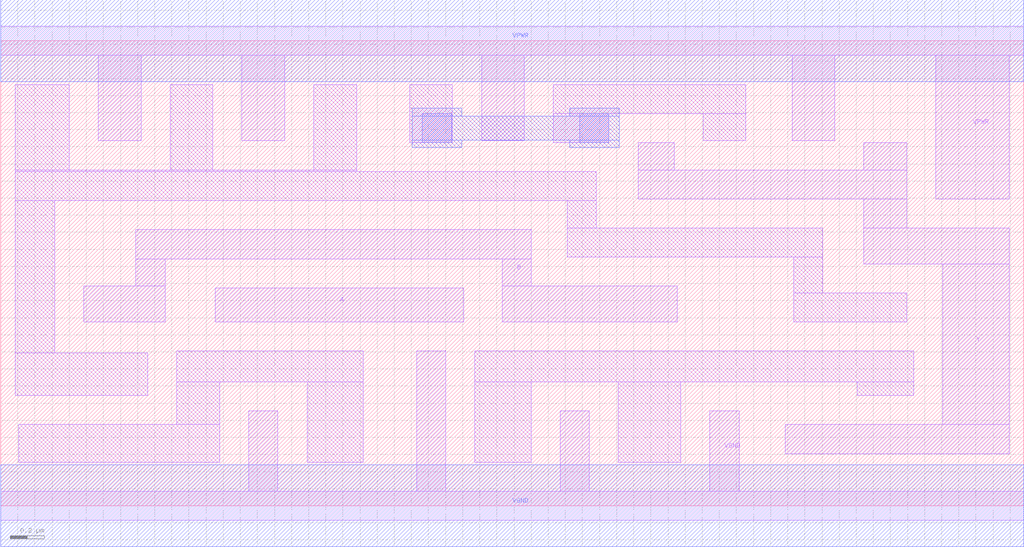
<source format=lef>
# Copyright 2020 The SkyWater PDK Authors
#
# Licensed under the Apache License, Version 2.0 (the "License");
# you may not use this file except in compliance with the License.
# You may obtain a copy of the License at
#
#     https://www.apache.org/licenses/LICENSE-2.0
#
# Unless required by applicable law or agreed to in writing, software
# distributed under the License is distributed on an "AS IS" BASIS,
# WITHOUT WARRANTIES OR CONDITIONS OF ANY KIND, either express or implied.
# See the License for the specific language governing permissions and
# limitations under the License.
#
# SPDX-License-Identifier: Apache-2.0

VERSION 5.5 ;
NAMESCASESENSITIVE ON ;
BUSBITCHARS "[]" ;
DIVIDERCHAR "/" ;
MACRO sky130_fd_sc_hd__xnor2_2
  CLASS CORE ;
  SOURCE USER ;
  ORIGIN  0.000000  0.000000 ;
  SIZE  5.980000 BY  2.720000 ;
  SYMMETRY X Y R90 ;
  SITE unithd ;
  PIN A
    ANTENNAGATEAREA  0.990000 ;
    DIRECTION INPUT ;
    USE SIGNAL ;
    PORT
      LAYER li1 ;
        RECT 1.255000 1.075000 2.705000 1.275000 ;
    END
  END A
  PIN B
    ANTENNAGATEAREA  0.990000 ;
    DIRECTION INPUT ;
    USE SIGNAL ;
    PORT
      LAYER li1 ;
        RECT 0.485000 1.075000 0.960000 1.285000 ;
        RECT 0.790000 1.285000 0.960000 1.445000 ;
        RECT 0.790000 1.445000 3.100000 1.615000 ;
        RECT 2.930000 1.075000 3.955000 1.285000 ;
        RECT 2.930000 1.285000 3.100000 1.445000 ;
    END
  END B
  PIN Y
    ANTENNADIFFAREA  0.913000 ;
    DIRECTION OUTPUT ;
    USE SIGNAL ;
    PORT
      LAYER li1 ;
        RECT 3.725000 1.795000 5.295000 1.965000 ;
        RECT 3.725000 1.965000 3.935000 2.125000 ;
        RECT 4.585000 0.305000 5.895000 0.475000 ;
        RECT 5.045000 1.415000 5.895000 1.625000 ;
        RECT 5.045000 1.625000 5.295000 1.795000 ;
        RECT 5.045000 1.965000 5.295000 2.125000 ;
        RECT 5.505000 0.475000 5.895000 1.415000 ;
    END
  END Y
  PIN VGND
    DIRECTION INOUT ;
    SHAPE ABUTMENT ;
    USE GROUND ;
    PORT
      LAYER li1 ;
        RECT 0.000000 -0.085000 5.980000 0.085000 ;
        RECT 1.450000  0.085000 1.620000 0.555000 ;
        RECT 2.430000  0.085000 2.600000 0.905000 ;
        RECT 3.270000  0.085000 3.440000 0.555000 ;
        RECT 4.145000  0.085000 4.315000 0.555000 ;
    END
    PORT
      LAYER met1 ;
        RECT 0.000000 -0.240000 5.980000 0.240000 ;
    END
  END VGND
  PIN VPWR
    DIRECTION INOUT ;
    SHAPE ABUTMENT ;
    USE POWER ;
    PORT
      LAYER li1 ;
        RECT 0.000000 2.635000 5.980000 2.805000 ;
        RECT 0.570000 2.135000 0.820000 2.635000 ;
        RECT 1.410000 2.135000 1.660000 2.635000 ;
        RECT 2.810000 2.135000 3.060000 2.635000 ;
        RECT 4.625000 2.135000 4.875000 2.635000 ;
        RECT 5.465000 1.795000 5.895000 2.635000 ;
    END
    PORT
      LAYER met1 ;
        RECT 0.000000 2.480000 5.980000 2.960000 ;
    END
  END VPWR
  OBS
    LAYER li1 ;
      RECT 0.085000 0.645000 0.860000 0.895000 ;
      RECT 0.085000 0.895000 0.315000 1.785000 ;
      RECT 0.085000 1.785000 3.480000 1.955000 ;
      RECT 0.085000 1.955000 2.080000 1.965000 ;
      RECT 0.085000 1.965000 0.400000 2.465000 ;
      RECT 0.105000 0.255000 1.280000 0.475000 ;
      RECT 0.990000 1.965000 1.240000 2.465000 ;
      RECT 1.030000 0.475000 1.280000 0.725000 ;
      RECT 1.030000 0.725000 2.120000 0.905000 ;
      RECT 1.790000 0.255000 2.120000 0.725000 ;
      RECT 1.830000 1.965000 2.080000 2.465000 ;
      RECT 2.390000 2.125000 2.640000 2.465000 ;
      RECT 2.770000 0.255000 3.100000 0.725000 ;
      RECT 2.770000 0.725000 5.335000 0.905000 ;
      RECT 3.230000 2.125000 3.555000 2.295000 ;
      RECT 3.230000 2.295000 4.355000 2.465000 ;
      RECT 3.310000 1.455000 4.805000 1.625000 ;
      RECT 3.310000 1.625000 3.480000 1.785000 ;
      RECT 3.610000 0.255000 3.975000 0.725000 ;
      RECT 4.105000 2.135000 4.355000 2.295000 ;
      RECT 4.635000 1.075000 5.295000 1.245000 ;
      RECT 4.635000 1.245000 4.805000 1.455000 ;
      RECT 5.005000 0.645000 5.335000 0.725000 ;
    LAYER mcon ;
      RECT 2.465000 2.125000 2.635000 2.295000 ;
      RECT 3.385000 2.125000 3.555000 2.295000 ;
    LAYER met1 ;
      RECT 2.405000 2.095000 2.695000 2.140000 ;
      RECT 2.405000 2.140000 3.615000 2.280000 ;
      RECT 2.405000 2.280000 2.695000 2.325000 ;
      RECT 3.325000 2.095000 3.615000 2.140000 ;
      RECT 3.325000 2.280000 3.615000 2.325000 ;
  END
END sky130_fd_sc_hd__xnor2_2

</source>
